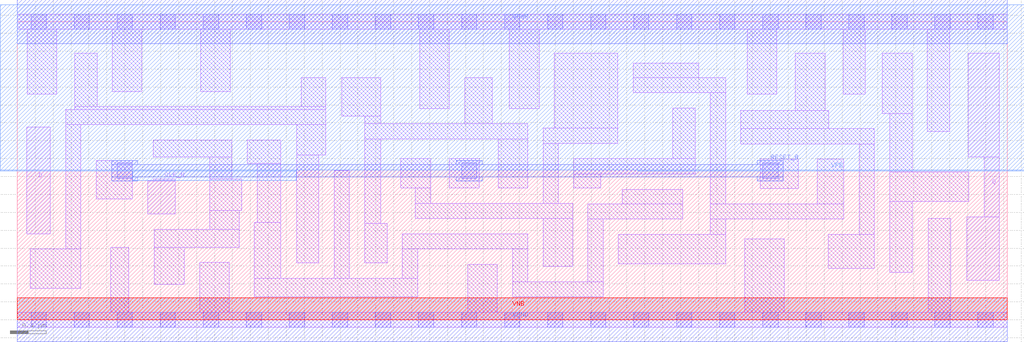
<source format=lef>
# Copyright 2020 The SkyWater PDK Authors
#
# Licensed under the Apache License, Version 2.0 (the "License");
# you may not use this file except in compliance with the License.
# You may obtain a copy of the License at
#
#     https://www.apache.org/licenses/LICENSE-2.0
#
# Unless required by applicable law or agreed to in writing, software
# distributed under the License is distributed on an "AS IS" BASIS,
# WITHOUT WARRANTIES OR CONDITIONS OF ANY KIND, either express or implied.
# See the License for the specific language governing permissions and
# limitations under the License.
#
# SPDX-License-Identifier: Apache-2.0

VERSION 5.7 ;
  NOWIREEXTENSIONATPIN ON ;
  DIVIDERCHAR "/" ;
  BUSBITCHARS "[]" ;
MACRO sky130_fd_sc_ms__dfrtn_1
  CLASS CORE ;
  FOREIGN sky130_fd_sc_ms__dfrtn_1 ;
  ORIGIN  0.000000  0.000000 ;
  SIZE  11.04000 BY  3.330000 ;
  SYMMETRY X Y R90 ;
  SITE unit ;
  PIN D
    ANTENNAGATEAREA  0.138600 ;
    DIRECTION INPUT ;
    USE SIGNAL ;
    PORT
      LAYER li1 ;
        RECT 0.105000 0.960000 0.370000 2.150000 ;
    END
  END D
  PIN Q
    ANTENNADIFFAREA  0.517000 ;
    DIRECTION OUTPUT ;
    USE SIGNAL ;
    PORT
      LAYER li1 ;
        RECT 10.590000 0.440000 10.955000 1.150000 ;
        RECT 10.605000 1.820000 10.955000 2.980000 ;
        RECT 10.785000 1.150000 10.955000 1.820000 ;
    END
  END Q
  PIN RESET_B
    ANTENNAGATEAREA  0.415800 ;
    DIRECTION INPUT ;
    USE SIGNAL ;
    PORT
      LAYER met1 ;
        RECT 1.055000 1.550000 1.345000 1.595000 ;
        RECT 1.055000 1.595000 8.545000 1.735000 ;
        RECT 1.055000 1.735000 1.345000 1.780000 ;
        RECT 4.895000 1.550000 5.185000 1.595000 ;
        RECT 4.895000 1.735000 5.185000 1.780000 ;
        RECT 8.255000 1.550000 8.545000 1.595000 ;
        RECT 8.255000 1.735000 8.545000 1.780000 ;
    END
  END RESET_B
  PIN CLK_N
    ANTENNAGATEAREA  0.291000 ;
    DIRECTION INPUT ;
    USE CLOCK ;
    PORT
      LAYER li1 ;
        RECT 1.455000 1.180000 1.765000 1.550000 ;
        RECT 1.515000 1.550000 1.765000 1.575000 ;
    END
  END CLK_N
  PIN VGND
    DIRECTION INOUT ;
    USE GROUND ;
    PORT
      LAYER met1 ;
        RECT 0.000000 -0.245000 11.040000 0.245000 ;
    END
  END VGND
  PIN VNB
    DIRECTION INOUT ;
    USE GROUND ;
    PORT
      LAYER pwell ;
        RECT 0.000000 0.000000 11.040000 0.245000 ;
    END
  END VNB
  PIN VPB
    DIRECTION INOUT ;
    USE POWER ;
    PORT
      LAYER nwell ;
        RECT -0.190000 1.660000  3.110000 1.675000 ;
        RECT -0.190000 1.675000 11.230000 3.520000 ;
        RECT  1.290000 1.555000  3.110000 1.660000 ;
        RECT  6.920000 1.660000 11.230000 1.675000 ;
    END
  END VPB
  PIN VPWR
    DIRECTION INOUT ;
    USE POWER ;
    PORT
      LAYER met1 ;
        RECT 0.000000 3.085000 11.040000 3.575000 ;
    END
  END VPWR
  OBS
    LAYER li1 ;
      RECT  0.000000 -0.085000 11.040000 0.085000 ;
      RECT  0.000000  3.245000 11.040000 3.415000 ;
      RECT  0.110000  2.520000  0.440000 3.245000 ;
      RECT  0.145000  0.350000  0.710000 0.790000 ;
      RECT  0.540000  0.790000  0.710000 2.180000 ;
      RECT  0.540000  2.180000  3.440000 2.350000 ;
      RECT  0.640000  2.350000  3.440000 2.380000 ;
      RECT  0.640000  2.380000  0.890000 2.980000 ;
      RECT  0.880000  1.350000  1.285000 1.780000 ;
      RECT  1.045000  0.085000  1.245000 0.810000 ;
      RECT  1.060000  2.550000  1.390000 3.245000 ;
      RECT  1.515000  1.820000  2.395000 2.010000 ;
      RECT  1.530000  0.395000  1.865000 0.810000 ;
      RECT  1.530000  0.810000  2.475000 1.010000 ;
      RECT  2.035000  0.085000  2.365000 0.640000 ;
      RECT  2.045000  2.550000  2.375000 3.245000 ;
      RECT  2.145000  1.010000  2.475000 1.220000 ;
      RECT  2.145000  1.220000  2.505000 1.575000 ;
      RECT  2.145000  1.575000  2.395000 1.820000 ;
      RECT  2.565000  1.745000  2.940000 2.010000 ;
      RECT  2.645000  0.255000  4.465000 0.465000 ;
      RECT  2.645000  0.465000  2.940000 1.090000 ;
      RECT  2.675000  1.090000  2.940000 1.745000 ;
      RECT  3.115000  0.635000  3.365000 1.840000 ;
      RECT  3.115000  1.840000  3.440000 2.180000 ;
      RECT  3.170000  2.380000  3.440000 2.705000 ;
      RECT  3.535000  0.465000  3.705000 1.670000 ;
      RECT  3.620000  2.275000  4.055000 2.705000 ;
      RECT  3.875000  0.635000  4.125000 1.075000 ;
      RECT  3.875000  1.075000  4.055000 2.020000 ;
      RECT  3.875000  2.020000  5.695000 2.190000 ;
      RECT  3.875000  2.190000  4.055000 2.275000 ;
      RECT  4.280000  1.470000  4.610000 1.800000 ;
      RECT  4.295000  0.465000  4.465000 0.790000 ;
      RECT  4.295000  0.790000  5.695000 0.960000 ;
      RECT  4.440000  1.130000  6.195000 1.300000 ;
      RECT  4.440000  1.300000  4.610000 1.470000 ;
      RECT  4.490000  2.360000  4.820000 3.245000 ;
      RECT  4.820000  1.470000  5.155000 1.800000 ;
      RECT  4.990000  2.190000  5.300000 2.705000 ;
      RECT  5.025000  0.085000  5.355000 0.620000 ;
      RECT  5.365000  1.470000  5.695000 2.020000 ;
      RECT  5.490000  2.360000  5.820000 3.245000 ;
      RECT  5.525000  0.255000  6.535000 0.425000 ;
      RECT  5.525000  0.425000  5.695000 0.790000 ;
      RECT  5.865000  0.595000  6.195000 1.130000 ;
      RECT  5.865000  1.300000  6.035000 1.970000 ;
      RECT  5.865000  1.970000  6.700000 2.140000 ;
      RECT  5.990000  2.140000  6.700000 2.980000 ;
      RECT  6.205000  1.470000  6.510000 1.630000 ;
      RECT  6.205000  1.630000  7.560000 1.800000 ;
      RECT  6.365000  0.425000  6.535000 1.125000 ;
      RECT  6.365000  1.125000  7.420000 1.295000 ;
      RECT  6.705000  0.625000  7.900000 0.955000 ;
      RECT  6.750000  1.295000  7.420000 1.455000 ;
      RECT  6.870000  2.535000  7.900000 2.705000 ;
      RECT  6.870000  2.705000  7.600000 2.865000 ;
      RECT  7.310000  1.800000  7.560000 2.365000 ;
      RECT  7.730000  0.955000  7.900000 1.125000 ;
      RECT  7.730000  1.125000  9.220000 1.295000 ;
      RECT  7.730000  1.295000  7.900000 2.535000 ;
      RECT  8.070000  1.965000  9.560000 2.135000 ;
      RECT  8.070000  2.135000  9.050000 2.335000 ;
      RECT  8.115000  0.085000  8.555000 0.905000 ;
      RECT  8.140000  2.520000  8.470000 3.245000 ;
      RECT  8.285000  1.465000  8.710000 1.795000 ;
      RECT  8.680000  2.335000  9.010000 2.980000 ;
      RECT  8.920000  1.295000  9.220000 1.795000 ;
      RECT  9.045000  0.575000  9.560000 0.955000 ;
      RECT  9.210000  2.520000  9.460000 3.245000 ;
      RECT  9.390000  0.955000  9.560000 1.965000 ;
      RECT  9.650000  2.305000  9.980000 2.980000 ;
      RECT  9.730000  0.530000  9.980000 1.320000 ;
      RECT  9.730000  1.320000 10.615000 1.650000 ;
      RECT  9.730000  1.650000  9.980000 2.305000 ;
      RECT 10.150000  2.100000 10.400000 3.245000 ;
      RECT 10.160000  0.085000 10.410000 1.130000 ;
    LAYER mcon ;
      RECT  0.155000 -0.085000  0.325000 0.085000 ;
      RECT  0.155000  3.245000  0.325000 3.415000 ;
      RECT  0.635000 -0.085000  0.805000 0.085000 ;
      RECT  0.635000  3.245000  0.805000 3.415000 ;
      RECT  1.115000 -0.085000  1.285000 0.085000 ;
      RECT  1.115000  1.580000  1.285000 1.750000 ;
      RECT  1.115000  3.245000  1.285000 3.415000 ;
      RECT  1.595000 -0.085000  1.765000 0.085000 ;
      RECT  1.595000  3.245000  1.765000 3.415000 ;
      RECT  2.075000 -0.085000  2.245000 0.085000 ;
      RECT  2.075000  3.245000  2.245000 3.415000 ;
      RECT  2.555000 -0.085000  2.725000 0.085000 ;
      RECT  2.555000  3.245000  2.725000 3.415000 ;
      RECT  3.035000 -0.085000  3.205000 0.085000 ;
      RECT  3.035000  3.245000  3.205000 3.415000 ;
      RECT  3.515000 -0.085000  3.685000 0.085000 ;
      RECT  3.515000  3.245000  3.685000 3.415000 ;
      RECT  3.995000 -0.085000  4.165000 0.085000 ;
      RECT  3.995000  3.245000  4.165000 3.415000 ;
      RECT  4.475000 -0.085000  4.645000 0.085000 ;
      RECT  4.475000  3.245000  4.645000 3.415000 ;
      RECT  4.955000 -0.085000  5.125000 0.085000 ;
      RECT  4.955000  1.580000  5.125000 1.750000 ;
      RECT  4.955000  3.245000  5.125000 3.415000 ;
      RECT  5.435000 -0.085000  5.605000 0.085000 ;
      RECT  5.435000  3.245000  5.605000 3.415000 ;
      RECT  5.915000 -0.085000  6.085000 0.085000 ;
      RECT  5.915000  3.245000  6.085000 3.415000 ;
      RECT  6.395000 -0.085000  6.565000 0.085000 ;
      RECT  6.395000  3.245000  6.565000 3.415000 ;
      RECT  6.875000 -0.085000  7.045000 0.085000 ;
      RECT  6.875000  3.245000  7.045000 3.415000 ;
      RECT  7.355000 -0.085000  7.525000 0.085000 ;
      RECT  7.355000  3.245000  7.525000 3.415000 ;
      RECT  7.835000 -0.085000  8.005000 0.085000 ;
      RECT  7.835000  3.245000  8.005000 3.415000 ;
      RECT  8.315000 -0.085000  8.485000 0.085000 ;
      RECT  8.315000  1.580000  8.485000 1.750000 ;
      RECT  8.315000  3.245000  8.485000 3.415000 ;
      RECT  8.795000 -0.085000  8.965000 0.085000 ;
      RECT  8.795000  3.245000  8.965000 3.415000 ;
      RECT  9.275000 -0.085000  9.445000 0.085000 ;
      RECT  9.275000  3.245000  9.445000 3.415000 ;
      RECT  9.755000 -0.085000  9.925000 0.085000 ;
      RECT  9.755000  3.245000  9.925000 3.415000 ;
      RECT 10.235000 -0.085000 10.405000 0.085000 ;
      RECT 10.235000  3.245000 10.405000 3.415000 ;
      RECT 10.715000 -0.085000 10.885000 0.085000 ;
      RECT 10.715000  3.245000 10.885000 3.415000 ;
  END
END sky130_fd_sc_ms__dfrtn_1
END LIBRARY

</source>
